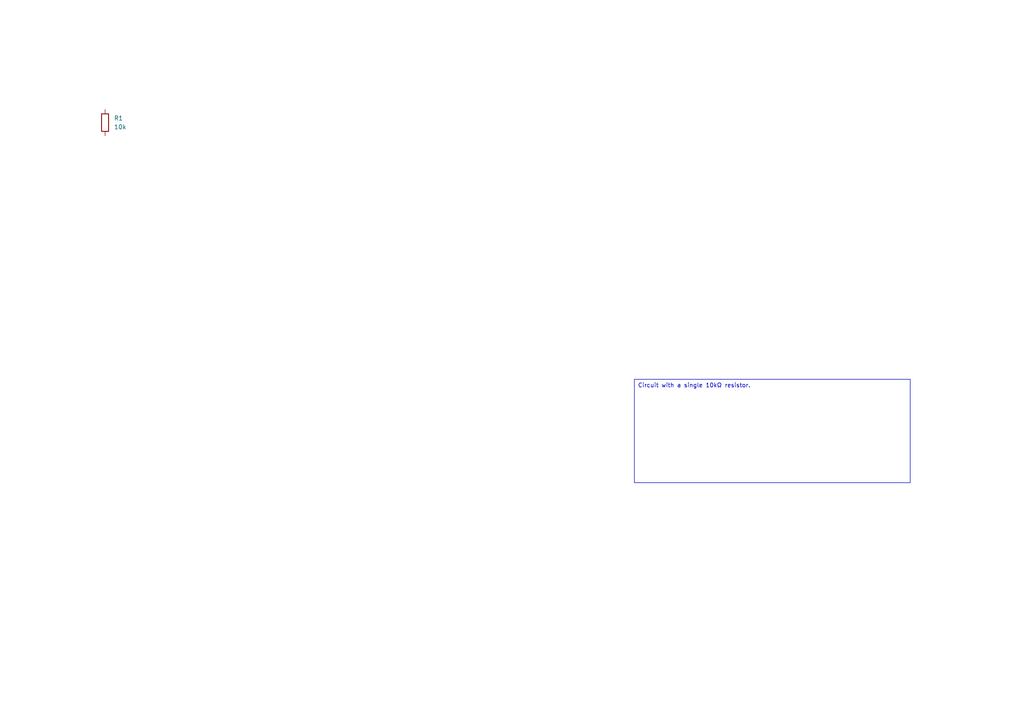
<source format=kicad_sch>
(kicad_sch (version 20250114) (generator "circuit_synth") (generator_version "0.8.36")
  (paper "A4")
  (lib_symbols
    (symbol "Device:R" (pin_numbers (hide yes)) (pin_names (offset 0))
      (property "Reference" "R" (at 2.032 0 90))
      (property "Value" "R" (at 0 0 90))
      (symbol "R_0_1"
        (rectangle (start -1.016 -2.54) (end 1.016 2.54) (stroke (width 0.254)))
      )
      (symbol "R_1_1"
        (pin passive line (at 0 3.81 270) (length 1.27) (name "~") (number "1"))
        (pin passive line (at 0 -3.81 90) (length 1.27) (name "~") (number "2"))
      )
    )
  )
  (symbol (lib_id "Device:R") (at 30.48 35.56 0) (unit 1)
    (property "Reference" "R1" (at 33.02 34.2899 0) (effects (justify left)))
    (property "Value" "10k" (at 33.02 36.8299 0) (effects (justify left)))
    (property "Footprint" "Resistor_SMD:R_0603_1608Metric" (effects (hide yes)))
    (property "hierarchy_path" "/1adfcd0e-6a8e-485d-aedf-460d04497918" (effects (hide yes)))
    (property "project_name" "single_resistor" (effects (hide yes)))
    (property "root_uuid" "1adfcd0e-6a8e-485d-aedf-460d04497918" (effects (hide yes)))
  )
  (text_box "Circuit with a single 10kΩ resistor." (at 184 110 0) (size 80 30) (margins 1 1 1 1) (effects (font (size 1.2 1.2)) (justify left top)))
)
</source>
